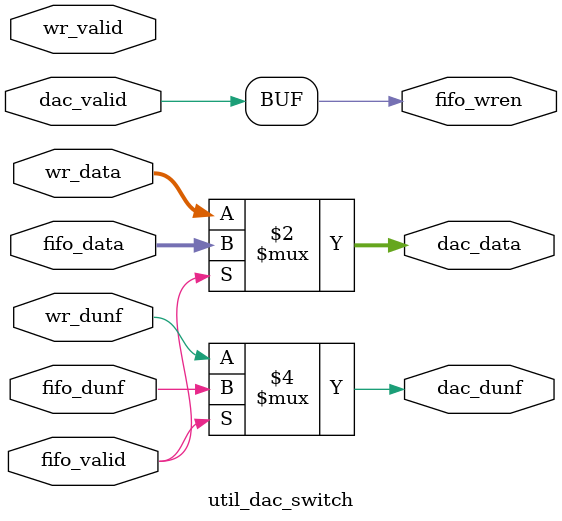
<source format=v>

`timescale 1ns/100ps

module util_dac_switch #(
    parameter BYTE_WIDTH = 1
  )
  (
    // dma fifo input
    input fifo_valid,
    input [(BYTE_WIDTH*8)-1:0] fifo_data,
    input fifo_dunf,
    output fifo_wren,
    // dac diff input
    input [(BYTE_WIDTH*8)-1:0] wr_data,
    input wr_valid,
    input wr_dunf,
    // dac output
    output [(BYTE_WIDTH*8)-1:0] dac_data,
    output                      dac_dunf,
    input                       dac_valid
  );
  
  assign dac_data = (fifo_valid == 1'b1 ? fifo_data : wr_data);
  
  assign fifo_wren = dac_valid;
  
  assign dac_dunf  = (fifo_valid == 1'b1 ? fifo_dunf : wr_dunf);
  
endmodule

</source>
